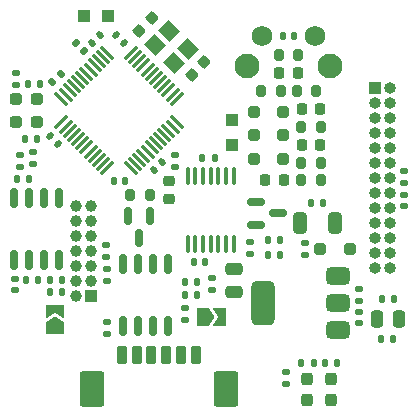
<source format=gbr>
%TF.GenerationSoftware,KiCad,Pcbnew,7.0.11*%
%TF.CreationDate,2024-11-13T01:21:52+09:00*%
%TF.ProjectId,Control,436f6e74-726f-46c2-9e6b-696361645f70,rev?*%
%TF.SameCoordinates,Original*%
%TF.FileFunction,Soldermask,Bot*%
%TF.FilePolarity,Negative*%
%FSLAX46Y46*%
G04 Gerber Fmt 4.6, Leading zero omitted, Abs format (unit mm)*
G04 Created by KiCad (PCBNEW 7.0.11) date 2024-11-13 01:21:52*
%MOMM*%
%LPD*%
G01*
G04 APERTURE LIST*
G04 Aperture macros list*
%AMRoundRect*
0 Rectangle with rounded corners*
0 $1 Rounding radius*
0 $2 $3 $4 $5 $6 $7 $8 $9 X,Y pos of 4 corners*
0 Add a 4 corners polygon primitive as box body*
4,1,4,$2,$3,$4,$5,$6,$7,$8,$9,$2,$3,0*
0 Add four circle primitives for the rounded corners*
1,1,$1+$1,$2,$3*
1,1,$1+$1,$4,$5*
1,1,$1+$1,$6,$7*
1,1,$1+$1,$8,$9*
0 Add four rect primitives between the rounded corners*
20,1,$1+$1,$2,$3,$4,$5,0*
20,1,$1+$1,$4,$5,$6,$7,0*
20,1,$1+$1,$6,$7,$8,$9,0*
20,1,$1+$1,$8,$9,$2,$3,0*%
%AMRotRect*
0 Rectangle, with rotation*
0 The origin of the aperture is its center*
0 $1 length*
0 $2 width*
0 $3 Rotation angle, in degrees counterclockwise*
0 Add horizontal line*
21,1,$1,$2,0,0,$3*%
%AMFreePoly0*
4,1,6,1.000000,0.000000,0.500000,-0.750000,-0.500000,-0.750000,-0.500000,0.750000,0.500000,0.750000,1.000000,0.000000,1.000000,0.000000,$1*%
%AMFreePoly1*
4,1,6,0.500000,-0.750000,-0.650000,-0.750000,-0.150000,0.000000,-0.650000,0.750000,0.500000,0.750000,0.500000,-0.750000,0.500000,-0.750000,$1*%
G04 Aperture macros list end*
%ADD10R,1.000000X1.000000*%
%ADD11C,1.000000*%
%ADD12C,1.750000*%
%ADD13C,2.100000*%
%ADD14O,1.000000X1.000000*%
%ADD15RoundRect,0.135000X-0.135000X-0.185000X0.135000X-0.185000X0.135000X0.185000X-0.135000X0.185000X0*%
%ADD16RoundRect,0.200000X0.200000X0.275000X-0.200000X0.275000X-0.200000X-0.275000X0.200000X-0.275000X0*%
%ADD17RoundRect,0.100000X-0.100000X0.637500X-0.100000X-0.637500X0.100000X-0.637500X0.100000X0.637500X0*%
%ADD18RoundRect,0.150000X-0.587500X-0.150000X0.587500X-0.150000X0.587500X0.150000X-0.587500X0.150000X0*%
%ADD19RoundRect,0.135000X-0.185000X0.135000X-0.185000X-0.135000X0.185000X-0.135000X0.185000X0.135000X0*%
%ADD20RoundRect,0.200000X-0.200000X-0.275000X0.200000X-0.275000X0.200000X0.275000X-0.200000X0.275000X0*%
%ADD21RoundRect,0.225000X0.017678X-0.335876X0.335876X-0.017678X-0.017678X0.335876X-0.335876X0.017678X0*%
%ADD22RoundRect,0.140000X-0.140000X-0.170000X0.140000X-0.170000X0.140000X0.170000X-0.140000X0.170000X0*%
%ADD23RoundRect,0.135000X0.185000X-0.135000X0.185000X0.135000X-0.185000X0.135000X-0.185000X-0.135000X0*%
%ADD24RoundRect,0.250000X-0.250000X-0.250000X0.250000X-0.250000X0.250000X0.250000X-0.250000X0.250000X0*%
%ADD25FreePoly0,90.000000*%
%ADD26FreePoly1,90.000000*%
%ADD27RoundRect,0.140000X-0.021213X0.219203X-0.219203X0.021213X0.021213X-0.219203X0.219203X-0.021213X0*%
%ADD28RoundRect,0.140000X-0.170000X0.140000X-0.170000X-0.140000X0.170000X-0.140000X0.170000X0.140000X0*%
%ADD29RoundRect,0.075000X0.415425X0.521491X-0.521491X-0.415425X-0.415425X-0.521491X0.521491X0.415425X0*%
%ADD30RoundRect,0.075000X-0.415425X0.521491X-0.521491X0.415425X0.415425X-0.521491X0.521491X-0.415425X0*%
%ADD31RoundRect,0.140000X0.170000X-0.140000X0.170000X0.140000X-0.170000X0.140000X-0.170000X-0.140000X0*%
%ADD32RoundRect,0.237500X-0.287500X-0.237500X0.287500X-0.237500X0.287500X0.237500X-0.287500X0.237500X0*%
%ADD33RoundRect,0.375000X0.625000X0.375000X-0.625000X0.375000X-0.625000X-0.375000X0.625000X-0.375000X0*%
%ADD34RoundRect,0.500000X0.500000X1.400000X-0.500000X1.400000X-0.500000X-1.400000X0.500000X-1.400000X0*%
%ADD35RoundRect,0.250000X-0.325000X-0.650000X0.325000X-0.650000X0.325000X0.650000X-0.325000X0.650000X0*%
%ADD36RoundRect,0.225000X0.225000X0.250000X-0.225000X0.250000X-0.225000X-0.250000X0.225000X-0.250000X0*%
%ADD37RoundRect,0.135000X0.135000X0.185000X-0.135000X0.185000X-0.135000X-0.185000X0.135000X-0.185000X0*%
%ADD38RoundRect,0.140000X0.140000X0.170000X-0.140000X0.170000X-0.140000X-0.170000X0.140000X-0.170000X0*%
%ADD39RoundRect,0.250000X-0.250000X-0.475000X0.250000X-0.475000X0.250000X0.475000X-0.250000X0.475000X0*%
%ADD40RoundRect,0.250000X0.475000X-0.250000X0.475000X0.250000X-0.475000X0.250000X-0.475000X-0.250000X0*%
%ADD41RoundRect,0.225000X-0.225000X-0.250000X0.225000X-0.250000X0.225000X0.250000X-0.225000X0.250000X0*%
%ADD42RoundRect,0.150000X-0.150000X0.587500X-0.150000X-0.587500X0.150000X-0.587500X0.150000X0.587500X0*%
%ADD43FreePoly0,0.000000*%
%ADD44FreePoly1,0.000000*%
%ADD45RoundRect,0.140000X-0.219203X-0.021213X-0.021213X-0.219203X0.219203X0.021213X0.021213X0.219203X0*%
%ADD46RoundRect,0.135000X0.226274X0.035355X0.035355X0.226274X-0.226274X-0.035355X-0.035355X-0.226274X0*%
%ADD47RoundRect,0.140000X0.219203X0.021213X0.021213X0.219203X-0.219203X-0.021213X-0.021213X-0.219203X0*%
%ADD48RoundRect,0.135000X-0.035355X0.226274X-0.226274X0.035355X0.035355X-0.226274X0.226274X-0.035355X0*%
%ADD49RotRect,1.400000X1.200000X315.000000*%
%ADD50RoundRect,0.150000X-0.150000X0.675000X-0.150000X-0.675000X0.150000X-0.675000X0.150000X0.675000X0*%
%ADD51RoundRect,0.140000X0.021213X-0.219203X0.219203X-0.021213X-0.021213X0.219203X-0.219203X0.021213X0*%
%ADD52RoundRect,0.225000X-0.250000X0.225000X-0.250000X-0.225000X0.250000X-0.225000X0.250000X0.225000X0*%
%ADD53RoundRect,0.237500X0.237500X-0.287500X0.237500X0.287500X-0.237500X0.287500X-0.237500X-0.287500X0*%
%ADD54RoundRect,0.225000X-0.017678X0.335876X-0.335876X0.017678X0.017678X-0.335876X0.335876X-0.017678X0*%
%ADD55RoundRect,0.200000X0.200000X0.600000X-0.200000X0.600000X-0.200000X-0.600000X0.200000X-0.600000X0*%
%ADD56RoundRect,0.250001X0.799999X1.249999X-0.799999X1.249999X-0.799999X-1.249999X0.799999X-1.249999X0*%
G04 APERTURE END LIST*
D10*
%TO.C,J1*%
X7400000Y-24810000D03*
D11*
X6130000Y-24810000D03*
X7400000Y-23540000D03*
X6130000Y-23540000D03*
X7400000Y-22270000D03*
X6130000Y-22270000D03*
X7400000Y-21000000D03*
X6130000Y-21000000D03*
X7400000Y-19730000D03*
X6130000Y-19730000D03*
X7400000Y-18460000D03*
X6130000Y-18460000D03*
X7400000Y-17190000D03*
X6130000Y-17190000D03*
%TD*%
D12*
%TO.C,SW1*%
X21825000Y-2812500D03*
X26325000Y-2812500D03*
D13*
X20575000Y-5302500D03*
X27585000Y-5302500D03*
%TD*%
D10*
%TO.C,J2*%
X31375000Y-7175000D03*
D14*
X32645000Y-7175000D03*
X31375000Y-8445000D03*
X32645000Y-8445000D03*
X31375000Y-9715000D03*
X32645000Y-9715000D03*
X31375000Y-10985000D03*
X32645000Y-10985000D03*
X31375000Y-12255000D03*
X32645000Y-12255000D03*
X31375000Y-13525000D03*
X32645000Y-13525000D03*
X31375000Y-14795000D03*
X32645000Y-14795000D03*
X31375000Y-16065000D03*
X32645000Y-16065000D03*
X31375000Y-17335000D03*
X32645000Y-17335000D03*
X31375000Y-18605000D03*
X32645000Y-18605000D03*
X31375000Y-19875000D03*
X32645000Y-19875000D03*
X31375000Y-21145000D03*
X32645000Y-21145000D03*
X31375000Y-22415000D03*
X32645000Y-22415000D03*
%TD*%
D15*
%TO.C,R11*%
X22338281Y-21295901D03*
X23358281Y-21295901D03*
%TD*%
D16*
%TO.C,R17*%
X26425000Y-7400000D03*
X24775000Y-7400000D03*
%TD*%
D17*
%TO.C,U5*%
X15550000Y-14637500D03*
X16200000Y-14637500D03*
X16850000Y-14637500D03*
X17500000Y-14637500D03*
X18150000Y-14637500D03*
X18800000Y-14637500D03*
X19450000Y-14637500D03*
X19450000Y-20362500D03*
X18800000Y-20362500D03*
X18150000Y-20362500D03*
X17500000Y-20362500D03*
X16850000Y-20362500D03*
X16200000Y-20362500D03*
X15550000Y-20362500D03*
%TD*%
D15*
%TO.C,R26*%
X3890000Y-23400000D03*
X4910000Y-23400000D03*
%TD*%
D18*
%TO.C,Q1*%
X21362500Y-18750000D03*
X21362500Y-16850000D03*
X23237500Y-17800000D03*
%TD*%
D19*
%TO.C,R7*%
X1393586Y-12894041D03*
X1393586Y-13914041D03*
%TD*%
D20*
%TO.C,R19*%
X23275000Y-4400000D03*
X24925000Y-4400000D03*
%TD*%
D15*
%TO.C,R32*%
X16810756Y-13096080D03*
X17830756Y-13096080D03*
%TD*%
D21*
%TO.C,C3*%
X11441992Y-2378008D03*
X12538008Y-1281992D03*
%TD*%
D22*
%TO.C,C24*%
X16074419Y-21909773D03*
X17034419Y-21909773D03*
%TD*%
D16*
%TO.C,R34*%
X26825000Y-15000000D03*
X25175000Y-15000000D03*
%TD*%
D23*
%TO.C,R27*%
X15300000Y-26810000D03*
X15300000Y-25790000D03*
%TD*%
D24*
%TO.C,D11*%
X21150000Y-9200000D03*
X23650000Y-9200000D03*
%TD*%
D25*
%TO.C,JP1*%
X4289354Y-27513346D03*
D26*
X4289354Y-26063346D03*
%TD*%
D27*
%TO.C,C2*%
X8126734Y-2707061D03*
X7447912Y-3385883D03*
%TD*%
D28*
%TO.C,C19*%
X8700000Y-27020000D03*
X8700000Y-27980000D03*
%TD*%
D29*
%TO.C,U1*%
X10748788Y-4212124D03*
X11102342Y-4565678D03*
X11455895Y-4919231D03*
X11809449Y-5272785D03*
X12163002Y-5626338D03*
X12516555Y-5979891D03*
X12870109Y-6333445D03*
X13223662Y-6686998D03*
X13577215Y-7040551D03*
X13930769Y-7394105D03*
X14284322Y-7747658D03*
X14637876Y-8101212D03*
D30*
X14637876Y-10098788D03*
X14284322Y-10452342D03*
X13930769Y-10805895D03*
X13577215Y-11159449D03*
X13223662Y-11513002D03*
X12870109Y-11866555D03*
X12516555Y-12220109D03*
X12163002Y-12573662D03*
X11809449Y-12927215D03*
X11455895Y-13280769D03*
X11102342Y-13634322D03*
X10748788Y-13987876D03*
D29*
X8751212Y-13987876D03*
X8397658Y-13634322D03*
X8044105Y-13280769D03*
X7690551Y-12927215D03*
X7336998Y-12573662D03*
X6983445Y-12220109D03*
X6629891Y-11866555D03*
X6276338Y-11513002D03*
X5922785Y-11159449D03*
X5569231Y-10805895D03*
X5215678Y-10452342D03*
X4862124Y-10098788D03*
D30*
X4862124Y-8101212D03*
X5215678Y-7747658D03*
X5569231Y-7394105D03*
X5922785Y-7040551D03*
X6276338Y-6686998D03*
X6629891Y-6333445D03*
X6983445Y-5979891D03*
X7336998Y-5626338D03*
X7690551Y-5272785D03*
X8044105Y-4919231D03*
X8397658Y-4565678D03*
X8751212Y-4212124D03*
%TD*%
D31*
%TO.C,C12*%
X30100000Y-27080000D03*
X30100000Y-26120000D03*
%TD*%
D32*
%TO.C,D2*%
X1044160Y-8114527D03*
X2794160Y-8114527D03*
%TD*%
D33*
%TO.C,U2*%
X28250000Y-23100000D03*
X28250000Y-25400000D03*
D34*
X21950000Y-25400000D03*
D33*
X28250000Y-27700000D03*
%TD*%
D35*
%TO.C,C15*%
X25107983Y-18627613D03*
X28057983Y-18627613D03*
%TD*%
D23*
%TO.C,R16*%
X17635403Y-24267237D03*
X17635403Y-23247237D03*
%TD*%
D36*
%TO.C,C23*%
X23675000Y-15000000D03*
X22125000Y-15000000D03*
%TD*%
D37*
%TO.C,R12*%
X23340388Y-20063608D03*
X22320388Y-20063608D03*
%TD*%
%TO.C,R30*%
X16310000Y-24700000D03*
X15290000Y-24700000D03*
%TD*%
D38*
%TO.C,C7*%
X10291559Y-15017962D03*
X9331559Y-15017962D03*
%TD*%
D24*
%TO.C,D10*%
X21150000Y-11200000D03*
X23650000Y-11200000D03*
%TD*%
D15*
%TO.C,R28*%
X15290000Y-23600000D03*
X16310000Y-23600000D03*
%TD*%
%TO.C,R5*%
X1785514Y-11542848D03*
X2805514Y-11542848D03*
%TD*%
D39*
%TO.C,C17*%
X31575796Y-26751141D03*
X33475796Y-26751141D03*
%TD*%
D19*
%TO.C,R24*%
X8679569Y-20496074D03*
X8679569Y-21516074D03*
%TD*%
D15*
%TO.C,R13*%
X32034889Y-25030930D03*
X33054889Y-25030930D03*
%TD*%
D16*
%TO.C,R36*%
X26825000Y-10500000D03*
X25175000Y-10500000D03*
%TD*%
D32*
%TO.C,D3*%
X1035260Y-10085648D03*
X2785260Y-10085648D03*
%TD*%
D16*
%TO.C,R18*%
X23425000Y-7400000D03*
X21775000Y-7400000D03*
%TD*%
D10*
%TO.C,TP1*%
X6785121Y-1074264D03*
%TD*%
D37*
%TO.C,R20*%
X28210000Y-30500000D03*
X27190000Y-30500000D03*
%TD*%
D19*
%TO.C,R6*%
X1022440Y-5912060D03*
X1022440Y-6932060D03*
%TD*%
D15*
%TO.C,R4*%
X2021777Y-6858781D03*
X3041777Y-6858781D03*
%TD*%
D40*
%TO.C,C18*%
X19500000Y-24450000D03*
X19500000Y-22550000D03*
%TD*%
D41*
%TO.C,C22*%
X25225000Y-12000000D03*
X26775000Y-12000000D03*
%TD*%
D10*
%TO.C,TP3*%
X19314310Y-9882150D03*
%TD*%
D19*
%TO.C,R10*%
X20847497Y-20260065D03*
X20847497Y-21280065D03*
%TD*%
D42*
%TO.C,Q3*%
X10506000Y-18042500D03*
X12406000Y-18042500D03*
X11456000Y-19917500D03*
%TD*%
D15*
%TO.C,R29*%
X3890000Y-24500000D03*
X4910000Y-24500000D03*
%TD*%
D43*
%TO.C,JP2*%
X16850000Y-26600000D03*
D44*
X18300000Y-26600000D03*
%TD*%
D45*
%TO.C,C5*%
X3860589Y-11260589D03*
X4539411Y-11939411D03*
%TD*%
D28*
%TO.C,C25*%
X33900000Y-16220000D03*
X33900000Y-17180000D03*
%TD*%
D46*
%TO.C,R1*%
X6801017Y-4085754D03*
X6079769Y-3364506D03*
%TD*%
D37*
%TO.C,R21*%
X26210001Y-30500000D03*
X25190001Y-30500000D03*
%TD*%
D10*
%TO.C,TP2*%
X19315915Y-11987012D03*
%TD*%
D41*
%TO.C,C21*%
X25225000Y-9000000D03*
X26775000Y-9000000D03*
%TD*%
D22*
%TO.C,C8*%
X23620000Y-2800000D03*
X24580000Y-2800000D03*
%TD*%
D23*
%TO.C,R2*%
X8698293Y-23504051D03*
X8698293Y-22484051D03*
%TD*%
D41*
%TO.C,C16*%
X23325000Y-5900000D03*
X24875000Y-5900000D03*
%TD*%
D19*
%TO.C,R3*%
X14517000Y-12855000D03*
X14517000Y-13875000D03*
%TD*%
D47*
%TO.C,C1*%
X10194436Y-3411846D03*
X9515614Y-2733024D03*
%TD*%
D19*
%TO.C,R9*%
X25447948Y-20281165D03*
X25447948Y-21301165D03*
%TD*%
D48*
%TO.C,R31*%
X4818194Y-5987254D03*
X4096946Y-6708502D03*
%TD*%
D37*
%TO.C,R23*%
X2154265Y-14867059D03*
X1134265Y-14867059D03*
%TD*%
D49*
%TO.C,Y1*%
X14003223Y-2331142D03*
X15558858Y-3886777D03*
X14356777Y-5088858D03*
X12801142Y-3533223D03*
%TD*%
D20*
%TO.C,R22*%
X10703089Y-16276059D03*
X12353089Y-16276059D03*
%TD*%
D15*
%TO.C,R15*%
X26023189Y-16921968D03*
X27043189Y-16921968D03*
%TD*%
D37*
%TO.C,R14*%
X32910000Y-28400000D03*
X31890000Y-28400000D03*
%TD*%
D10*
%TO.C,TP4*%
X8834022Y-1071221D03*
%TD*%
D50*
%TO.C,U3*%
X865446Y-16460504D03*
X2135446Y-16460504D03*
X3405446Y-16460504D03*
X4675446Y-16460504D03*
X4675446Y-21710504D03*
X3405446Y-21710504D03*
X2135446Y-21710504D03*
X865446Y-21710504D03*
%TD*%
D31*
%TO.C,C13*%
X30100000Y-25180000D03*
X30100000Y-24220000D03*
%TD*%
D24*
%TO.C,D9*%
X21150000Y-13200000D03*
X23650000Y-13200000D03*
%TD*%
D28*
%TO.C,C20*%
X900000Y-23320000D03*
X900000Y-24280000D03*
%TD*%
D19*
%TO.C,R8*%
X23900000Y-31190000D03*
X23900000Y-32210000D03*
%TD*%
D16*
%TO.C,R35*%
X26825000Y-13500000D03*
X25175000Y-13500000D03*
%TD*%
D51*
%TO.C,C6*%
X12731589Y-14127411D03*
X13410411Y-13448589D03*
%TD*%
D52*
%TO.C,C9*%
X13950000Y-15048000D03*
X13950000Y-16598000D03*
%TD*%
D15*
%TO.C,R25*%
X1890000Y-23400000D03*
X2910000Y-23400000D03*
%TD*%
D23*
%TO.C,R37*%
X33900000Y-15210000D03*
X33900000Y-14190000D03*
%TD*%
D53*
%TO.C,D7*%
X27700001Y-33575000D03*
X27700001Y-31825000D03*
%TD*%
D23*
%TO.C,R33*%
X2439112Y-13623082D03*
X2439112Y-12603082D03*
%TD*%
D53*
%TO.C,D8*%
X25700000Y-33575000D03*
X25700000Y-31825000D03*
%TD*%
D54*
%TO.C,C4*%
X16978008Y-4951992D03*
X15881992Y-6048008D03*
%TD*%
D55*
%TO.C,J3*%
X16225000Y-29800000D03*
X14975000Y-29800000D03*
X13725000Y-29800000D03*
X12475000Y-29800000D03*
X11225000Y-29800000D03*
X9975000Y-29800000D03*
D56*
X18775000Y-32700000D03*
X7425000Y-32700000D03*
%TD*%
D50*
%TO.C,U4*%
X10095000Y-22075000D03*
X11365000Y-22075000D03*
X12635000Y-22075000D03*
X13905000Y-22075000D03*
X13905000Y-27325000D03*
X12635000Y-27325000D03*
X11365000Y-27325000D03*
X10095000Y-27325000D03*
%TD*%
D24*
%TO.C,D4*%
X26794085Y-20820723D03*
X29294085Y-20820723D03*
%TD*%
M02*

</source>
